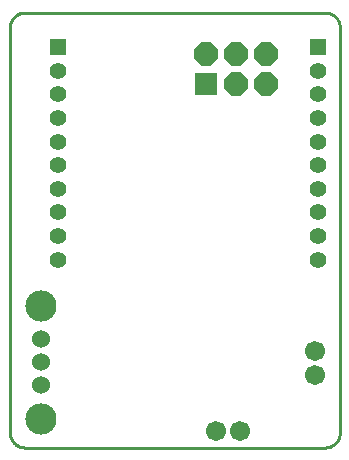
<source format=gbs>
G75*
%MOIN*%
%OFA0B0*%
%FSLAX25Y25*%
%IPPOS*%
%LPD*%
%AMOC8*
5,1,8,0,0,1.08239X$1,22.5*
%
%ADD10C,0.01000*%
%ADD11R,0.07800X0.07800*%
%ADD12OC8,0.07800*%
%ADD13R,0.05550X0.05550*%
%ADD14C,0.05550*%
%ADD15C,0.06699*%
%ADD16C,0.06000*%
%ADD17C,0.10400*%
D10*
X0018376Y0007817D02*
X0018376Y0142817D01*
X0018378Y0142957D01*
X0018384Y0143097D01*
X0018394Y0143237D01*
X0018407Y0143377D01*
X0018425Y0143516D01*
X0018447Y0143655D01*
X0018472Y0143792D01*
X0018501Y0143930D01*
X0018534Y0144066D01*
X0018571Y0144201D01*
X0018612Y0144335D01*
X0018657Y0144468D01*
X0018705Y0144600D01*
X0018757Y0144730D01*
X0018812Y0144859D01*
X0018871Y0144986D01*
X0018934Y0145112D01*
X0019000Y0145236D01*
X0019069Y0145357D01*
X0019142Y0145477D01*
X0019219Y0145595D01*
X0019298Y0145710D01*
X0019381Y0145824D01*
X0019467Y0145934D01*
X0019556Y0146043D01*
X0019648Y0146149D01*
X0019743Y0146252D01*
X0019840Y0146353D01*
X0019941Y0146450D01*
X0020044Y0146545D01*
X0020150Y0146637D01*
X0020259Y0146726D01*
X0020369Y0146812D01*
X0020483Y0146895D01*
X0020598Y0146974D01*
X0020716Y0147051D01*
X0020836Y0147124D01*
X0020957Y0147193D01*
X0021081Y0147259D01*
X0021207Y0147322D01*
X0021334Y0147381D01*
X0021463Y0147436D01*
X0021593Y0147488D01*
X0021725Y0147536D01*
X0021858Y0147581D01*
X0021992Y0147622D01*
X0022127Y0147659D01*
X0022263Y0147692D01*
X0022401Y0147721D01*
X0022538Y0147746D01*
X0022677Y0147768D01*
X0022816Y0147786D01*
X0022956Y0147799D01*
X0023096Y0147809D01*
X0023236Y0147815D01*
X0023376Y0147817D01*
X0123376Y0147817D01*
X0123516Y0147815D01*
X0123656Y0147809D01*
X0123796Y0147799D01*
X0123936Y0147786D01*
X0124075Y0147768D01*
X0124214Y0147746D01*
X0124351Y0147721D01*
X0124489Y0147692D01*
X0124625Y0147659D01*
X0124760Y0147622D01*
X0124894Y0147581D01*
X0125027Y0147536D01*
X0125159Y0147488D01*
X0125289Y0147436D01*
X0125418Y0147381D01*
X0125545Y0147322D01*
X0125671Y0147259D01*
X0125795Y0147193D01*
X0125916Y0147124D01*
X0126036Y0147051D01*
X0126154Y0146974D01*
X0126269Y0146895D01*
X0126383Y0146812D01*
X0126493Y0146726D01*
X0126602Y0146637D01*
X0126708Y0146545D01*
X0126811Y0146450D01*
X0126912Y0146353D01*
X0127009Y0146252D01*
X0127104Y0146149D01*
X0127196Y0146043D01*
X0127285Y0145934D01*
X0127371Y0145824D01*
X0127454Y0145710D01*
X0127533Y0145595D01*
X0127610Y0145477D01*
X0127683Y0145357D01*
X0127752Y0145236D01*
X0127818Y0145112D01*
X0127881Y0144986D01*
X0127940Y0144859D01*
X0127995Y0144730D01*
X0128047Y0144600D01*
X0128095Y0144468D01*
X0128140Y0144335D01*
X0128181Y0144201D01*
X0128218Y0144066D01*
X0128251Y0143930D01*
X0128280Y0143792D01*
X0128305Y0143655D01*
X0128327Y0143516D01*
X0128345Y0143377D01*
X0128358Y0143237D01*
X0128368Y0143097D01*
X0128374Y0142957D01*
X0128376Y0142817D01*
X0128376Y0007817D01*
X0128374Y0007677D01*
X0128368Y0007537D01*
X0128358Y0007397D01*
X0128345Y0007257D01*
X0128327Y0007118D01*
X0128305Y0006979D01*
X0128280Y0006842D01*
X0128251Y0006704D01*
X0128218Y0006568D01*
X0128181Y0006433D01*
X0128140Y0006299D01*
X0128095Y0006166D01*
X0128047Y0006034D01*
X0127995Y0005904D01*
X0127940Y0005775D01*
X0127881Y0005648D01*
X0127818Y0005522D01*
X0127752Y0005398D01*
X0127683Y0005277D01*
X0127610Y0005157D01*
X0127533Y0005039D01*
X0127454Y0004924D01*
X0127371Y0004810D01*
X0127285Y0004700D01*
X0127196Y0004591D01*
X0127104Y0004485D01*
X0127009Y0004382D01*
X0126912Y0004281D01*
X0126811Y0004184D01*
X0126708Y0004089D01*
X0126602Y0003997D01*
X0126493Y0003908D01*
X0126383Y0003822D01*
X0126269Y0003739D01*
X0126154Y0003660D01*
X0126036Y0003583D01*
X0125916Y0003510D01*
X0125795Y0003441D01*
X0125671Y0003375D01*
X0125545Y0003312D01*
X0125418Y0003253D01*
X0125289Y0003198D01*
X0125159Y0003146D01*
X0125027Y0003098D01*
X0124894Y0003053D01*
X0124760Y0003012D01*
X0124625Y0002975D01*
X0124489Y0002942D01*
X0124351Y0002913D01*
X0124214Y0002888D01*
X0124075Y0002866D01*
X0123936Y0002848D01*
X0123796Y0002835D01*
X0123656Y0002825D01*
X0123516Y0002819D01*
X0123376Y0002817D01*
X0023376Y0002817D01*
X0023236Y0002819D01*
X0023096Y0002825D01*
X0022956Y0002835D01*
X0022816Y0002848D01*
X0022677Y0002866D01*
X0022538Y0002888D01*
X0022401Y0002913D01*
X0022263Y0002942D01*
X0022127Y0002975D01*
X0021992Y0003012D01*
X0021858Y0003053D01*
X0021725Y0003098D01*
X0021593Y0003146D01*
X0021463Y0003198D01*
X0021334Y0003253D01*
X0021207Y0003312D01*
X0021081Y0003375D01*
X0020957Y0003441D01*
X0020836Y0003510D01*
X0020716Y0003583D01*
X0020598Y0003660D01*
X0020483Y0003739D01*
X0020369Y0003822D01*
X0020259Y0003908D01*
X0020150Y0003997D01*
X0020044Y0004089D01*
X0019941Y0004184D01*
X0019840Y0004281D01*
X0019743Y0004382D01*
X0019648Y0004485D01*
X0019556Y0004591D01*
X0019467Y0004700D01*
X0019381Y0004810D01*
X0019298Y0004924D01*
X0019219Y0005039D01*
X0019142Y0005157D01*
X0019069Y0005277D01*
X0019000Y0005398D01*
X0018934Y0005522D01*
X0018871Y0005648D01*
X0018812Y0005775D01*
X0018757Y0005904D01*
X0018705Y0006034D01*
X0018657Y0006166D01*
X0018612Y0006299D01*
X0018571Y0006433D01*
X0018534Y0006568D01*
X0018501Y0006704D01*
X0018472Y0006842D01*
X0018447Y0006979D01*
X0018425Y0007118D01*
X0018407Y0007257D01*
X0018394Y0007397D01*
X0018384Y0007537D01*
X0018378Y0007677D01*
X0018376Y0007817D01*
D11*
X0083848Y0123920D03*
D12*
X0083848Y0133920D03*
X0093848Y0133920D03*
X0093848Y0123920D03*
X0103848Y0123920D03*
X0103848Y0133920D03*
D13*
X0121053Y0136321D03*
X0034456Y0136321D03*
D14*
X0034456Y0128447D03*
X0034456Y0120573D03*
X0034456Y0112699D03*
X0034456Y0104825D03*
X0034456Y0096951D03*
X0034456Y0089077D03*
X0034456Y0081203D03*
X0034456Y0073329D03*
X0034456Y0065455D03*
X0121053Y0065455D03*
X0121053Y0073329D03*
X0121053Y0081203D03*
X0121053Y0089077D03*
X0121053Y0096951D03*
X0121053Y0104825D03*
X0121053Y0112699D03*
X0121053Y0120573D03*
X0121053Y0128447D03*
D15*
X0120187Y0034983D03*
X0120187Y0027109D03*
X0094951Y0008487D03*
X0087077Y0008487D03*
D16*
X0028809Y0023762D03*
X0028809Y0031243D03*
X0028809Y0039117D03*
D17*
X0028809Y0050140D03*
X0028809Y0012345D03*
M02*

</source>
